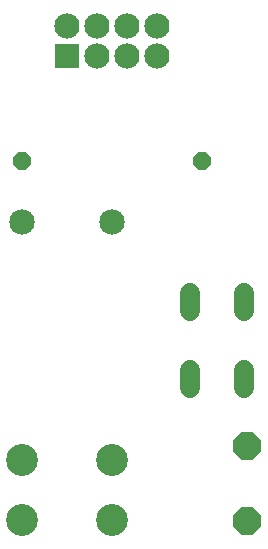
<source format=gts>
G75*
%MOIN*%
%OFA0B0*%
%FSLAX25Y25*%
%IPPOS*%
%LPD*%
%AMOC8*
5,1,8,0,0,1.08239X$1,22.5*
%
%ADD10R,0.08400X0.08400*%
%ADD11C,0.08400*%
%ADD12C,0.10643*%
%ADD13C,0.08477*%
%ADD14OC8,0.06000*%
%ADD15C,0.06800*%
%ADD16OC8,0.09300*%
D10*
X0037600Y0172600D03*
D11*
X0037600Y0182600D03*
X0047600Y0182600D03*
X0047600Y0172600D03*
X0057600Y0172600D03*
X0057600Y0182600D03*
X0067600Y0182600D03*
X0067600Y0172600D03*
D12*
X0022718Y0017994D03*
X0022718Y0037836D03*
X0052482Y0037836D03*
X0052482Y0017994D03*
D13*
X0052482Y0117206D03*
X0022718Y0117206D03*
D14*
X0022600Y0137600D03*
X0082600Y0137600D03*
D15*
X0078700Y0093400D02*
X0078700Y0087400D01*
X0078700Y0067800D02*
X0078700Y0061800D01*
X0096500Y0061800D02*
X0096500Y0067800D01*
X0096500Y0087400D02*
X0096500Y0093400D01*
D16*
X0097600Y0042600D03*
X0097600Y0017600D03*
M02*

</source>
